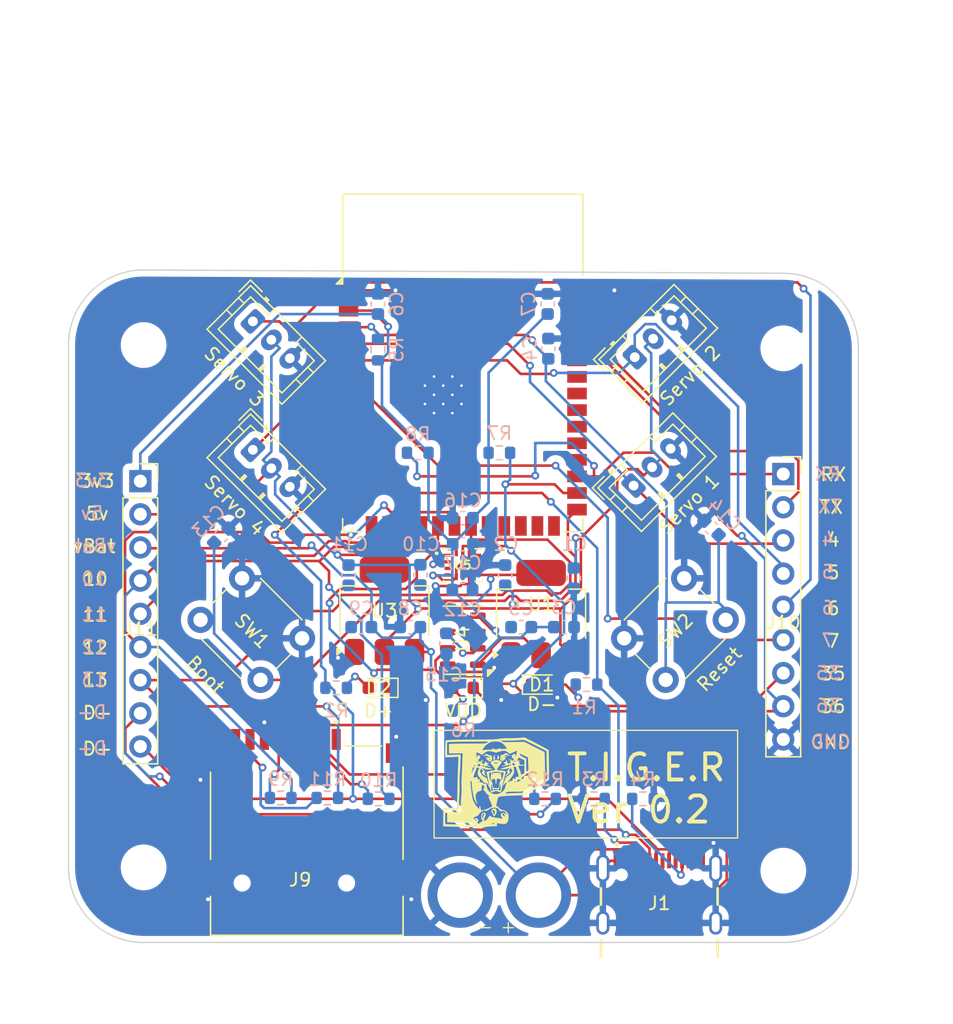
<source format=kicad_pcb>
(kicad_pcb (version 20241229) (generator "pcbnew") (generator_version "9.0")
  (layers (0 "F.Cu" signal) (2 "B.Cu" signal) (13 "F.Paste" user) (15 "B.Paste" user) (5 "F.SilkS" user "F.Silkscreen") (7 "B.SilkS" user "B.Silkscreen") (1 "F.Mask" user) (3 "B.Mask" user) (25 "Edge.Cuts" user))
  (net 0 "")
  (net 1 "Net-(U4-CAP)")
  (net 2 "GND")
  (net 3 "ESP 3v3")
  (net 4 "CHIP_PU")
  (net 5 "+5V")
  (net 6 "BOOT")
  (net 7 "Net-(D2-A)")
  (net 10 "+BATT")
  (net 11 "Net-(D1-A)")
  (net 12 "Net-(J9-CMD)")
  (net 13 "Net-(J1-CC2)")
  (net 14 "Net-(J1-CC1)")
  (net 15 "SERVO_2")
  (net 16 "SERVO_1")
  (net 17 "SERVO_3")
  (net 18 "SERVO_4")
  (net 19 "Net-(J9-CLK)")
  (net 21 "Net-(J9-DAT0)")
  (net 22 "Net-(J9-CD{slash}DAT3)")
  (net 23 "D-")
  (net 24 "RX")
  (net 25 "IO_48")
  (net 26 "I2C SDA")
  (net 27 "IO_47")
  (net 28 "IO_2")
  (net 29 "IO_38")
  (net 30 "IO_37")
  (net 31 "IO_1")
  (net 32 "IO_39")
  (net 33 "IO_41")
  (net 34 "TX")
  (net 35 "I2C SCL")
  (net 36 "IO_42")
  (net 37 "D+")
  (net 38 "IO_45")
  (net 39 "IO_21")
  (net 40 "IO_40")
  (net 41 "IO_3")
  (net 42 "IO_17")
  (net 43 "IO_18")
  (net 44 "IO_15")
  (net 45 "IO_16")
  (net 48 "IO_46")
  (net 49 "IO_8")
  (net 50 "IO_9")
  (net 51 "IO_14")
  (net 52 "SPI_CS")
  (net 53 "SPI_MOSI")
  (net 54 "SPI_SCK")
  (net 55 "SPI_MISO")
  (net 62 "Net-(D3-A)")
  (footprint "Package_LGA:NXP_LGA-8_3x5mm_P1.25mm_H1.1mm" (layer "F.Cu") (at 139.7 94.35 180)
    (property "Reference" "U4")
    (property "Value" "MPL3115A2")
  )
  (footprint ".Custom Footprints:XDCR_BMI270" (layer "F.Cu") (at 139.7 88.6)
    (property "Reference" "U5")
    (property "Value" "BMI270")
  )
  (footprint ".Custom Footprints:GCT_USB4105-GF-A" (layer "F.Cu") (at 154.75 116)
    (property "Reference" "J1")
    (property "Value" "USB4105-GF-A")
  )
  (footprint "Connector_PinSocket_2.54mm:PinSocket_1x09_P2.54mm_Vertical" (layer "F.Cu") (at 115 82.17)
    (property "Reference" "J11")
    (property "Value" "Conn_01x09_Socket")
  )
  (footprint ".Custom Footprints:PHS Tigers Logo" (layer "F.Cu") (at 142.904776 105.266004)
    (property "Reference" "G***" (hide yes))
    (property "Value" "LOGO" (hide yes))
  )
  (footprint "MountingHole:MountingHole_3.2mm_M3" (layer "F.Cu") (at 164.25 72)
    (property "Reference" "H1")
    (property "Value" "MountingHole")
  )
  (footprint "Connector_PinSocket_2.54mm:PinSocket_1x09_P2.54mm_Vertical" (layer "F.Cu") (at 164.25 81.63)
    (property "Reference" "J10")
    (property "Value" "Conn_01x09_Socket")
  )
  (footprint "Connector_JST:JST_PH_B3B-PH-K_1x03_P2.00mm_Vertical" (layer "F.Cu") (at 152.7858 82.5142 45)
    (property "Reference" "J2" (hide yes))
    (property "Value" "Servo 1")
  )
  (footprint "MountingHole:MountingHole_3.2mm_M3" (layer "F.Cu") (at 164.25 112)
    (property "Reference" "H4")
    (property "Value" "MountingHole")
  )
  (footprint "Connector_JST:JST_PH_B3B-PH-K_1x03_P2.00mm_Vertical" (layer "F.Cu") (at 123.6216 79.7716 -45)
    (property "Reference" "J5" (hide yes))
    (property "Value" "Servo 4")
  )
  (footprint ".Custom Footprints:Battery Connector" (layer "F.Cu") (at 142.5 118.375)
    (property "Reference" "J6" (hide yes))
    (property "Value" "Battery Connector")
  )
  (footprint ".Custom Footprints:CUI_MSD-4-A" (layer "F.Cu") (at 127.75 109.7)
    (property "Reference" "J9")
    (property "Value" "MSD-4-A")
  )
  (footprint "LED_SMD:LED_0603_1608Metric" (layer "F.Cu") (at 133.25 98 180)
    (property "Reference" "D2")
    (property "Value" "D+ LED")
  )
  (footprint "Package_TO_SOT_SMD:SOT-223-3_TabPin2" (layer "F.Cu") (at 145.7 92.35 90)
    (property "Reference" "U1")
    (property "Value" "AMS1117-3.3")
  )
  (footprint "LED_SMD:LED_0603_1608Metric" (layer "F.Cu") (at 145.75 97.75)
    (property "Reference" "D1")
    (property "Value" "D- LED")
  )
  (footprint "Button_Switch_THT:SW_PUSH_6mm" (layer "F.Cu") (at 122.7929 89.6109 -45)
    (property "Reference" "SW1")
    (property "Value" "SW_RESET")
  )
  (footprint "LED_SMD:LED_0603_1608Metric" (layer "F.Cu") (at 139.7125 98 180)
    (property "Reference" "VDD")
    (property "Value" "3v3 LED")
  )
  (footprint "Button_Switch_THT:SW_PUSH_6mm" (layer "F.Cu") (at 152.0609 94.2071 45)
    (property "Reference" "SW2")
    (property "Value" "SW_RESET")
  )
  (footprint "Connector_JST:JST_PH_B3B-PH-K_1x03_P2.00mm_Vertical" (layer "F.Cu") (at 152.8716 72.6784 45)
    (property "Reference" "J4" (hide yes))
    (property "Value" "Servo 2")
  )
  (footprint "RF_Module:ESP32-S3-WROOM-1" (layer "F.Cu") (at 139.7 73.1)
    (property "Reference" "U2" (hide yes))
    (property "Value" "ESP32-S3-WROOM-1")
  )
  (footprint "Package_TO_SOT_SMD:SOT-223-3_TabPin2" (layer "F.Cu") (at 133.7 92.1 90)
    (property "Reference" "U3")
    (property "Value" "AMS1117-5.0")
  )
  (footprint "MountingHole:MountingHole_3.2mm_M3" (layer "F.Cu") (at 115.25 111.75)
    (property "Reference" "H3")
    (property "Value" "MountingHole")
  )
  (footprint "Connector_JST:JST_PH_B3B-PH-K_1x03_P2.00mm_Vertical" (layer "F.Cu") (at 123.6216 69.9358 -45)
    (property "Reference" "J3" (hide yes))
    (property "Value" "Servo 3")
  )
  (footprint "MountingHole:MountingHole_3.2mm_M3" (layer "F.Cu") (at 115.25 71.75)
    (property "Reference" "H2")
    (property "Value" "MountingHole")
  )
  (footprint "Capacitor_SMD:C_0603_1608Metric" (layer "B.Cu") (at 142.95 89.375 90)
    (property "Reference" "C2")
    (property "Value" "100nF")
  )
  (footprint "Capacitor_SMD:C_0603_1608Metric" (layer "B.Cu") (at 144.175 93.35 180)
    (property "Reference" "C5")
    (property "Value" "100nF")
  )
  (footprint "Capacitor_SMD:C_0603_1608Metric" (layer "B.Cu") (at 158.75 85.75 135)
    (property "Reference" "C14")
    (property "Value" "100nF")
  )
  (footprint "Capacitor_SMD:C_0603_1608Metric" (layer "B.Cu") (at 133.2 68.6 90)
    (property "Reference" "C6")
    (property "Value" "100nF")
  )
  (footprint "Resistor_SMD:R_0603_1608Metric" (layer "B.Cu") (at 139.75 99.75 180)
    (property "Reference" "R6")
    (property "Value" "5k1")
  )
  (footprint "Resistor_SMD:R_0603_1608Metric" (layer "B.Cu") (at 130 98 180)
    (property "Reference" "R2")
    (property "Value" "5k1")
  )
  (footprint "Resistor_SMD:R_0603_1608Metric" (layer "B.Cu") (at 129.325 106.43 180)
    (property "Reference" "R11")
    (property "Value" "10k")
  )
  (footprint "Capacitor_SMD:C_0603_1608Metric" (layer "B.Cu") (at 130.95 89.375 -90)
    (property "Reference" "C11")
    (property "Value" "100nF")
  )
  (footprint "Resistor_SMD:R_0603_1608Metric" (layer "B.Cu") (at 149.175 97.75)
    (property "Reference" "R1")
    (property "Value" "5k1")
  )
  (footprint "Capacitor_SMD:C_0603_1608Metric" (layer "B.Cu") (at 136.45 89.35 -90)
    (property "Reference" "C10")
    (property "Value" "10uF")
  )
  (footprint "Resistor_SMD:R_0603_1608Metric" (layer "B.Cu") (at 149.75 106.5)
    (property "Reference" "R3")
    (property "Value" "5.1k")
  )
  (footprint "Capacitor_SMD:C_0603_1608Metric" (layer "B.Cu") (at 121.2 86.35 45)
    (property "Reference" "C13")
    (property "Value" "100nF")
  )
  (footprint "Resistor_SMD:R_0603_1608Metric" (layer "B.Cu") (at 146 106.5)
    (property "Reference" "R12")
    (property "Value" "10k")
  )
  (footprint "Resistor_SMD:R_0603_1608Metric" (layer "B.Cu") (at 133.2 72.1 90)
    (property "Reference" "R5")
    (property "Value" "10k")
  )
  (footprint "Capacitor_SMD:C_0603_1608Metric" (layer "B.Cu") (at 139.7 85)
    (property "Reference" "C16")
    (property "Value" "100nF")
  )
  (footprint "Capacitor_SMD:C_0603_1608Metric" (layer "B.Cu") (at 148.2 89.6 -90)
    (property "Reference" "C1")
    (property "Value" "10uF")
  )
  (footprint "Capacitor_SMD:C_0603_1608Metric" (layer "B.Cu") (at 131.925 93.35 180)
    (property "Reference" "C9")
    (property "Value" "100nF")
  )
  (footprint "Resistor_SMD:R_0603_1608Metric" (layer "B.Cu") (at 125.75 106.43 180)
    (property "Reference" "R9")
    (property "Value" "10k")
  )
  (footprint "Capacitor_SMD:C_0603_1608Metric" (layer "B.Cu") (at 135.675 93.35 180)
    (property "Reference" "C8")
    (property "Value" "10uF")
  )
  (footprint "Capacitor_SMD:C_0603_1608Metric" (layer "B.Cu") (at 146.2 68.6 90)
    (property "Reference" "C7")
    (property "Value" "22uF")
  )
  (footprint "Resistor_SMD:R_0603_1608Metric" (layer "B.Cu") (at 133.25 106.5 180)
    (property "Reference" "R10")
    (property "Value" "10k")
  )
  (footprint "Capacitor_SMD:C_0603_1608Metric" (layer "B.Cu") (at 147.45 93.35)
    (property "Reference" "C3")
    (property "Value" "10uF")
  )
  (footprint "Capacitor_SMD:C_0603_1608Metric" (layer "B.Cu") (at 138.45 94.6 -90)
    (property "Reference" "C15")
    (property "Value" "100nF")
  )
  (footprint "Capacitor_SMD:C_0603_1608Metric" (layer "B.Cu") (at 139.675 90.5 180)
    (property "Reference" "C12")
    (property "Value" "100nF")
  )
  (footprint "Resistor_SMD:R_0603_1608Metric" (layer "B.Cu") (at 136.25 80 180)
    (property "Reference" "R8")
    (property "Value" "10k")
  )
  (footprint "Capacitor_SMD:C_0603_1608Metric" (layer "B.Cu") (at 146.25 72.025 90)
    (property "Reference" "C4")
    (property "Value" "1uF")
  )
  (footprint "Resistor_SMD:R_0603_1608Metric" (layer "B.Cu") (at 153.5 106.5)
    (property "Reference" "R4")
    (property "Value" "5.1k")
  )
  (footprint "Capacitor_SMD:C_0603_1608Metric" (layer "B.Cu") (at 139.7 87)
    (property "Reference" "C17")
    (property "Value" "100nF")
  )
  (footprint "Resistor_SMD:R_0603_1608Metric" (layer "B.Cu") (at 142.5 80)
    (property "Reference" "R7")
    (property "Value" "10k")
  )
  (gr_rect (start 137.5 101.25) (end 160.75 109.5) (stroke (width 0.1)) (fill no) (layer "F.SilkS"))
  (gr_arc (start 115.25 117.5) (mid 111.184136 115.815864) (end 109.5 111.75) (stroke (width 0.1)) (layer "Edge.Cuts"))
  (gr_line (start 170 72) (end 170 111.75) (stroke (width 0.1)) (layer "Edge.Cuts"))
  (gr_arc (start 109.5 71.75) (mid 111.184136 67.684136) (end 115.25 66) (stroke (width 0.1)) (layer "Edge.Cuts"))
  (gr_line (start 115.25 66) (end 164.25 66.25) (stroke (width 0.1)) (layer "Edge.Cuts"))
  (gr_arc (start 164.25 66.25) (mid 168.315864 67.934136) (end 170 72) (stroke (width 0.1)) (layer "Edge.Cuts"))
  (gr_arc (start 170 111.75) (mid 168.315864 115.815864) (end 164.25 117.5) (stroke (width 0.1)) (layer "Edge.Cuts"))
  (gr_line (start 109.5 111.75) (end 109.5 71.75) (stroke (width 0.1)) (layer "Edge.Cuts"))
  (gr_line (start 164.25 117.5) (end 115.25 117.5) (stroke (width 0.1)) (layer "Edge.Cuts"))
  (gr_text "3v3\n" (at 110.25 82.75 0) (layer "F.SilkS") (effects (font (size 1 1)) (justify left bottom)))
  (gr_text "vBat" (at 109.75 87.75 0) (layer "F.SilkS") (effects (font (size 1 1)) (justify left bottom)))
  (gr_text "12" (at 110.5 95.5 0) (layer "F.SilkS") (effects (font (size 1 1)) (justify left bottom)))
  (gr_text "RX\n" (at 167 82.25 0) (layer "F.SilkS") (effects (font (size 1 1)) (justify left bottom)))
  (gr_text "T.I.G.E.R\nVer 0.2" (at 147.5 108.5 0) (layer "F.SilkS") (effects (font (size 2 2) (thickness 0.3)) (justify left bottom)))
  (gr_text "D-" (at 110.5 100.5 0) (layer "F.SilkS") (effects (font (size 1 1)) (justify left bottom)))
  (gr_text "TX\n" (at 167 84.75 0) (layer "F.SilkS") (effects (font (size 1 1)) (justify left bottom)))
  (gr_text "GND" (at 166.25 102.75 0) (layer "F.SilkS") (effects (font (size 1 1)) (justify left bottom)))
  (gr_text "13" (at 110.5 98 0) (layer "F.SilkS") (effects (font (size 1 1)) (justify left bottom)))
  (gr_text "35" (at 167 97.5 0) (layer "F.SilkS") (effects (font (size 1 1)) (justify left bottom)))
  (gr_text "4" (at 167.5 87.25 0) (layer "F.SilkS") (effects (font (size 1 1)) (justify left bottom)))
  (gr_text "5v" (at 110.75 85.25 0) (layer "F.SilkS") (effects (font (size 1 1)) (justify left bottom)))
  (gr_text "D+\n" (at 133.25 99.75 0) (layer "F.SilkS") (effects (font (size 1 1))))
  (gr_text "Reset\n" (at 158.25 98.5 45) (layer "F.SilkS") (effects (font (size 1 1)) (justify left bottom)))
  (gr_text "D-" (at 145.75 99.25 0) (layer "F.SilkS") (effects (font (size 1 1))))
  (gr_text "10\n" (at 110.5 90.25 0) (layer "F.SilkS") (effects (font (size 1 1)) (justify left bottom)))
  (gr_text "6" (at 167.5 92.5 0) (layer "F.SilkS") (effects (font (size 1 1)) (justify left bottom)))
  (gr_text "D+" (at 110.5 103.25 0) (layer "F.SilkS") (effects (font (size 1 1)) (justify left bottom)))
  (gr_text "36" (at 167 100 0) (layer "F.SilkS") (effects (font (size 1 1)) (justify left bottom)))
  (gr_text "7" (at 167.5 95 0) (layer "F.SilkS") (effects (font (size 1 1)) (justify left bottom)))
  (gr_text "5" (at 167.5 89.75 0) (layer "F.SilkS") (effects (font (size 1 1)) (justify left bottom)))
  (gr_text "11" (at 110.5 93 0) (layer "F.SilkS") (effects (font (size 1 1)) (justify left bottom)))
  (gr_text "Boot\n" (at 118.3 96.15 315) (layer "F.SilkS") (effects (font (size 1 1)) (justify left bottom)))
  (gr_text "5v" (at 112.25 85.2035 0) (layer "B.SilkS") (effects (font (size 1 1)) (justify left bottom mirror)))
  (gr_text "TX\n" (at 168.75 84.7035 0) (layer "B.SilkS") (effects (font (size 1 1)) (justify left bottom mirror)))
  (gr_text "7" (at 168.25 94.9535 0) (layer "B.SilkS") (effects (font (size 1 1)) (justify left bottom mirror)))
  (gr_text "RX\n" (at 168.75 82.2035 0) (layer "B.SilkS") (effects (font (size 1 1)) (justify left bottom mirror)))
  (gr_text "11" (at 112.5 92.9535 0) (layer "B.SilkS") (effects (font (size 1 1)) (justify left bottom mirror)))
  (gr_text "4" (at 168.25 87.2035 0) (layer "B.SilkS") (effects (font (size 1 1)) (justify left bottom mirror)))
  (gr_text "10\n" (at 112.5 90.2035 0) (layer "B.SilkS") (effects (font (size 1 1)) (justify left bottom mirror)))
  (gr_text "12" (at 112.5 95.4535 0) (layer "B.SilkS") (effects (font (size 1 1)) (justify left bottom mirror)))
  (gr_text "D-" (at 112.5 100.4535 0) (layer "B.SilkS") (effects (font (size 1 1)) (justify left bottom mirror)))
  (gr_text "36" (at 168.75 99.9535 0) (layer "B.SilkS") (effects (font (size 1 1)) (justify left bottom mirror)))
  (gr_text "6" (at 168.25 92.4535 0) (layer "B.SilkS") (effects (font (size 1 1)) (justify left bottom mirror)))
  (gr_text "3v3\n" (at 112.75 82.7035 0) (layer "B.SilkS") (effects (font (size 1 1)) (justify left bottom mirror)))
  (gr_text "GND" (at 169.5 102.7035 0) (layer "B.SilkS") (effects (font (size 1 1)) (justify left bottom mirror)))
  (gr_text "5" (at 168.25 89.7035 0) (layer "B.SilkS") (effects (font (size 1 1)) (justify left bottom mirror)))
  (gr_text "D+" (at 112.5 103.2035 0) (layer "B.SilkS") (effects (font (size 1 1)) (justify left bottom mirror)))
  (gr_text "35" (at 168.75 97.4535 0) (layer "B.SilkS") (effects (font (size 1 1)) (justify left bottom mirror)))
  (gr_text "vBat" (at 113.25 87.7035 0) (layer "B.SilkS") (effects (font (size 1 1)) (justify left bottom mirror)))
  (gr_text "13" (at 112.5 97.9535 0) (layer "B.SilkS") (effects (font (size 1 1)) (justify left bottom mirror)))
  (segment (start 140.85 94.975) (end 140.4902 95.3348) (width 0.2) (layer "F.Cu") (net 1))
  (segment (start 140.4902 95.3348) (end 139.7 95.3348) (width 0.2) (layer "F.Cu") (net 1))
  (via (at 139.7 95.3348) (size 0.6) (drill 0.3) (layers "F.Cu" "B.Cu") (net 1))
  (segment (start 139.7 95.075) (end 138.45 93.825) (width 0.2) (layer "B.Cu") (net 1))
  (segment (start 139.7 95.3348) (end 139.7 95.075) (width 0.2) (layer "B.Cu") (net 1))
  (segment (start 158.416 110.3683) (end 157.95 110.3683) (width 0.2) (layer "F.Cu") (net 2))
  (segment (start 140.2 89.5125) (end 140.2 90.0517) (width 0.2) (layer "F.Cu") (net 2))
  (segment (start 120 104.6472) (end 120 103.25) (width 0.2) (layer "F.Cu") (net 2))
  (segment (start 145.9576 98.7451) (end 144.9625 97.75) (width 0.2) (layer "F.Cu") (net 2))
  (segment (start 139.7 89.5125) (end 139.7 88.9733) (width 0.2) (layer "F.Cu") (net 2))
  (segment (start 130.1411 95.6971) (end 130.9529 95.6971) (width 0.2) (layer "F.Cu") (net 2))
  (segment (start 137.6155 90.205) (end 139.5075 90.205) (width 0.2) (layer "F.Cu") (net 2))
  (segment (start 137.4289 88.5379) (end 137.4289 88.4786) (width 0.2) (layer "F.Cu") (net 2))
  (segment (start 134.9675 98.93) (end 136.8598 98.93) (width 0.2) (layer "F.Cu") (net 2))
  (segment (start 139.7733 89.9932) (end 139.7733 89.9933) (width 0.2) (layer "F.Cu") (net 2))
  (segment (start 139.7606 89.9805) (end 139.7733 89.9932) (width 0.2) (layer "F.Cu") (net 2))
  (segment (start 139.732 89.9805) (end 139.7606 89.9805) (width 0.2) (layer "F.Cu") (net 2))
  (segment (start 135.7573 114.1888) (end 135.5202 113.9517) (width 0.2) (layer "F.Cu") (net 2))
  (segment (start 135.5 112.55) (end 135.5 113.9517) (width 0.2) (layer "F.Cu") (net 2))
  (segment (start 134.6 101.7417) (end 134.6 103) (width 0.2) (layer "F.Cu") (net 2))
  (segment (start 139.7733 89.9933) (end 139.8317 90.0517) (width 0.2) (layer "F.Cu") (net 2))
  (segment (start 119.9752 104.672) (end 119.6031 105.0441) (width 0.2) (layer "F.Cu") (net 2))
  (segment (start 130.95 67.84) (end 132.0017 67.84) (width 0.2) (layer "F.Cu") (net 2))
  (segment (start 140.5836 93.4586) (end 140.85 93.725) (width 0.2) (layer "F.Cu") (net 2))
  (segment (start 119.6031 105.0441) (end 119.9752 104.672) (width 0.2) (layer "F.Cu") (net 2))
  (segment (start 151.3123 67.5604) (end 149.7813 67.5604) (width 0.2) (layer "F.Cu") (net 2))
  (segment (start 120.181 114.1888) (end 120 114.0078) (width 0.2) (layer "F.Cu") (net 2))
  (segment (start 150.43 111.82) (end 151.005 111.245) (width 0.2) (layer "F.Cu") (net 2))
  (segment (start 130.9529 95.6971) (end 131.4 95.25) (width 0.2) (layer "F.Cu") (net 2))
  (segment (start 138.5375 87.85) (end 137.9983 87.85) (width 0.2) (layer "F.Cu") (net 2))
  (segment (start 139.7 93.4586) (end 140.5836 93.4586) (width 0.2) (layer "F.Cu") (net 2))
  (segment (start 136.8598 98.93) (end 134.9675 98.93) (width 0.2) (layer "F.Cu") (net 2))
  (segment (start 142.6408 98.93) (end 141.43 98.93) (width 0.2) (layer "F.Cu") (net 2))
  (segment (start 134.5452 67.5604) (end 132.2813 67.5604) (width 0.2) (layer "F.Cu") (net 2))
  (segment (start 149.7813 67.5604) (end 149.5017 67.84) (width 0.2) (layer "F.Cu") (net 2))
  (segment (start 139.8317 90.0517) (end 140.2 90.0517) (width 0.2) (layer "F.Cu") (net 2))
  (segment (start 151.005 111.245) (end 151.55 111.245) (width 0.2) (layer "F.Cu") (net 2))
  (segment (start 138.9 75.56) (end 138.2 75.56) (width 0.2) (layer "F.Cu") (net 2))
  (segment (start 136.8598 98.93) (end 134.9675 98.93) (width 0.2) (layer "F.Cu") (net 2))
  (segment (start 142.4423 96.4577) (end 143.4 95.5) (width 0.2) (layer "F.Cu") (net 2))
  (segment (start 139.5075 90.205) (end 139.732 89.9805) (width 0.2) (layer "F.Cu") (net 2))
  (segment (start 135.5202 113.9517) (end 135.5 113.9517) (width 0.2) (layer "F.Cu") (net 2))
  (segment (start 157.95 111.245) (end 157.95 110.3683) (width 0.2) (layer "F.Cu") (net 2))
  (segment (start 141.43 98.93) (end 142.6408 98.93) (width 0.2) (layer "F.Cu") (net 2))
  (segment (start 124.5 101.95) (end 124.5 100.6417) (width 0.2) (layer "F.Cu") (net 2))
  (segment (start 142.6408 98.93) (end 141.43 98.93) (width 0.2) (layer "F.Cu") (net 2))
  (segment (start 140.2 89.5125) (end 140.2 88.9733) (width 0.2) (layer "F.Cu") (net 2))
  (segment (start 141.43 98.93) (end 140.5 98) (width 0.2) (layer "F.Cu") (net 2))
  (segment (start 158.9078 109.8765) (end 158.416 110.3683) (width 0.2) (layer "F.Cu") (net 2))
  (segment (start 119.6031 105.0441) (end 120 104.6472) (width 0.2) (layer "F.Cu") (net 2))
  (segment (start 148.45 67.84) (end 149.5017 67.84) (width 0.2) (layer "F.Cu") (net 2))
  (segment (start 134.9675 98.93) (end 134.0375 98) (width 0.2) (layer "F.Cu") (net 2))
  (segment (start 139.7 88.9733) (end 140.2 88.9733) (width 0.2) (layer "F.Cu") (net 2))
  (segment (start 142.107 96.4577) (end 142.4423 96.4577) (width 0.2) (layer "F.Cu") (net 2))
  (segment (start 120 114.0078) (end 120 112.55) (width 0.2) (layer "F.Cu") (net 2))
  (segment (start 146.9422 98.7451) (end 145.9576 98.7451) (width 0.2) (layer "F.Cu") (net 2))
  (segment (start 132.2813 67.5604) (end 132.0017 67.84) (width 0.2) (layer "F.Cu") (net 2))
  (segment (start 137.4289 88.5379) (end 137.4289 88.4194) (width 0.2) (layer "F.Cu") (net 2))
  (segment (start 137.4289 88.4194) (end 137.9983 87.85) (width 0.2) (layer "F.Cu") (net 2))
  (segment (start 137.4289 88.4786) (end 137.4289 88.5379) (width 0.2) (layer "F.Cu") (net 2))
  (via (at 135.7573 114.1888) (size 0.6) (drill 0.3) (layers "F.Cu" "B.Cu") (net 2))
  (via (at 134.6 101.7417) (size 0.6) (drill 0.3) (layers "F.Cu" "B.Cu") (net 2))
  (via (at 130.1411 95.6971) (size 0.6) (drill 0.3) (layers "F.Cu" "B.Cu") (net 2))
  (via (at 124.5 100.6417) (size 0.6) (drill 0.3) (layers "F.Cu" "B.Cu") (net 2))
  (via (at 142.6408 98.93) (size 0.6) (drill 0.3) (layers "F.Cu" "B.Cu") (net 2))
  (via (at 119.6031 105.0441) (size 0.6) (drill 0.3) (layers "F.Cu" "B.Cu") (net 2))
  (via (at 137.4289 88.5379) (size 0.6) (drill 0.3) (layers "F.Cu" "B.Cu") (net 2))
  (via (at 120.181 114.1888) (size 0.6) (drill 0.3) (layers "F.Cu" "B.Cu") (net 2))
  (via (at 139.7 93.4586) (size 0.6) (drill 0.3) (layers "F.Cu" "B.Cu") (net 2))
  (via (at 142.107 96.4577) (size 0.6) (drill 0.3) (layers "F.Cu" "B.Cu") (net 2))
  (via (at 158.9078 109.8765) (size 0.6) (drill 0.3) (layers "F.Cu" "B.Cu") (net 2))
  (via (at 137.6155 90.205) (size 0.6) (drill 0.3) (layers "F.Cu" "B.Cu") (net 2))
  (via (at 151.3123 67.5604) (size 0.6) (drill 0.3) (layers "F.Cu" "B.Cu") (net 2))
  (via (at 136.8598 98.93) (size 0.6) (drill 0.3) (layers "F.Cu" "B.Cu") (net 2))
  (via (at 134.5452 67.5604) (size 0.6) (drill 0.3) (layers "F.Cu" "B.Cu") (net 2))
  (via (at 146.9422 98.7451) (size 0.6) (drill 0.3) (layers "F.Cu" "B.Cu") (net 2))
  (segment (start 130.95 69.11) (end 132.7493 69.11) (width 0.2) (layer "F.Cu") (net 3))
  (segment (start 140.8625 89.35) (end 141.4017 89.35) (width 0.2) (layer "F.Cu") (net 3))
  (segment (start 139.2 89.5125) (end 138.9358 89.7767) (width 0.2) (layer "F.Cu") (net 3))
  (segment (start 138.175 89.7767) (end 137.7893 89.391) (width 0.2) (layer "F.Cu") (net 3))
  (segment (start 141.8348 89.35) (end 141.8348 89.6749) (width 0.2) (layer "F.Cu") (net 3))
  (segment (start 142.1998 93.612) (end 142.0934 93.7184) (width 0.2) (layer "F.Cu") (net 3))
  (segment (start 141.8348 89.35) (end 145.55 89.35) (width 0.2) (layer "F.Cu") (net 3))
  (segment (start 141.8684 95.2066) (end 140.85 96.225) (width 0.2) (layer "F.Cu") (net 3))
  (segment (start 141.8684 94.9979) (end 141.8684 95.2066) (width 0.2) (layer "F.Cu") (net 3))
  (segment (start 140.2 88.2267) (end 139.8388 88.2267) (width 0.2) (layer "F.Cu") (net 3))
  (segment (start 145.7 95.5) (end 144.3912 94.1912) (width 0.2) (layer "F.Cu") (net 3))
  (segment (start 142.6207 94.2456) (end 141.8684 94.9979) (width 0.2) (layer "F.Cu") (net 3))
  (segment (start 140.85 92.475) (end 142.0934 93.7184) (width 0.2) (layer "F.Cu") (net 3))
  (segment (start 139.4767 100.8483) (end 139.7503 100.5747) (width 0.2) (layer "F.Cu") (net 3))
  (segment (start 145.55 89.35) (end 145.7 89.2) (width 0.2) (layer "F.Cu") (net 3))
  (segment (start 137.7893 89.391) (end 137.4155 89.391) (width 0.2) (layer "F.Cu") (net 3))
  (segment (start 126.7 100.8483) (end 139.4767 100.8483) (width 0.2) (layer "F.Cu") (net 3))
  (segment (start 142.6751 94.1912) (end 142.6207 94.2456) (width 0.2) (layer "F.Cu") (net 3))
  (segment (start 142.0934 93.7184) (end 142.6207 94.2456) (width 0.2) (layer "F.Cu") (net 3))
  (segment (start 126.7 101.95) (end 126.7 100.8483) (width 0.2) (layer "F.Cu") (net 3))
  (segment (start 138.9358 89.7767) (end 138.175 89.7767) (width 0.2) (layer "F.Cu") (net 3))
  (segment (start 140.2 87.6875) (end 140.2 88.2267) (width 0.2) (layer "F.Cu") (net 3))
  (segment (start 141.4017 89.35) (end 141.8348 89.35) (width 0.2) (layer "F.Cu") (net 3))
  (segment (start 144.3912 94.1912) (end 142.6751 94.1912) (width 0.2) (layer "F.Cu") (net 3))
  (segment (start 139.8388 88.2267) (end 139.2 88.8655) (width 0.2) (layer "F.Cu") (net 3))
  (segment (start 132.7493 69.11) (end 133.9785 70.3392) (width 0.2) (layer "F.Cu") (net 3))
  (segment (start 139.2 88.8655) (end 139.2 89.5125) (width 0.2) (layer "F.Cu") (net 3))
  (via (at 139.7503 100.5747) (size 0.6) (drill 0.3) (layers "F.Cu" "B.Cu") (net 3))
  (via (at 137.4155 89.391) (size 0.6) (drill 0.3) (layers "F.Cu" "B.Cu") (net 3))
  (via (at 133.9785 70.3392) (size 0.6) (drill 0.3) (layers "F.Cu" "B.Cu") (net 3))
  (via (at 142.1998 93.612) (size 0.6) (drill 0.3) (layers "F.Cu" "B.Cu") (net 3))
  (via (at 141.8348 89.6749) (size 0.6) (drill 0.3) (layers "F.Cu" "B.Cu") (net 3))
  (segment (start 137.075 80) (end 133.5055 76.4305) (width 0.2) (layer "B.Cu") (net 3))
  (segment (start 133.2973 72.8277) (end 133.2 72.925) (width 0.2) (layer "B.Cu") (net 3))
  (segment (start 141.675 83.8) (end 140.475 85) (width 0.2) (layer "B.Cu") (net 3))
  (segment (start 133.9785 72.3547) (end 133.5055 72.8277) (width 0.2) (layer "B.Cu") (net 3))
  (segment (start 142.5562 94.1562) (end 140.575 96.1374) (width 0.2) (layer "B.Cu") (net 3))
  (segment (start 141.675 73.8663) (end 141.675 80) (width 0.2) (layer "B.Cu") (net 3))
  (segment (start 133.5055 72.8277) (end 133.2973 72.8277) (width 0.2) (layer "B.Cu") (net 3))
  (segment (start 133.9785 70.3392) (end 133.9785 72.3547) (width 0.2) (layer "B.Cu") (net 3))
  (segment (start 125.678 69.375) (end 115 80.053) (width 0.2) (layer "B.Cu") (net 3))
  (segment (start 138.9 89.402) (end 138.9 89.4433) (width 0.2) (layer "B.Cu") (net 3))
  (segment (start 141.675 80) (end 141.675 83.8) (width 0.2) (layer "B.Cu") (net 3))
  (segment (start 144.95 93.35) (end 144.1438 94.1562) (width 0.2) (layer "B.Cu") (net 3))
  (segment (start 137.075 85.15) (end 137.075 80) (width 0.2) (layer "B.Cu") (net 3))
  (segment (start 133.9785 70.3392) (end 133.9785 70.1535) (width 0.2) (layer "B.Cu") (net 3))
  (segment (start 144.1438 94.1562) (end 142.5562 94.1562) (width 0.2) (layer "B.Cu") (net 3))
  (segment (start 140.575 96.1374) (end 140.575 99.75) (width 0.2) (layer "B.Cu") (net 3))
  (segment (start 138.9 90.5) (end 140.2165 91.8165) (width 0.2) (layer "B.Cu") (net 3))
  (segment (start 146.1663 69.375) (end 141.675 73.8663) (width 0.2) (layer "B.Cu") (net 3))
  (segment (start 137.4155 89.391) (end 138.9 89.391) (width 0.2) (layer "B.Cu") (net 3))
  (segment (start 139.7503 100.5747) (end 140.575 99.75) (width 0.2) (layer "B.Cu") (net 3))
  (segment (start 142.1998 93.7998) (end 142.5562 94.1562) (width 0.2) (layer "B.Cu") (net 3))
  (segment (start 115 80.053) (end 115 82.17) (width 0.2) (layer "B.Cu") (net 3))
  (segment (start 138.9 87.025) (end 138.9 89.391) (width 0.2) (layer "B.Cu") (net 3))
  (segment (start 141.8348 90.386) (end 141.8348 89.6749) (width 0.2) (layer "B.Cu") (net 3))
  (segment (start 133.9785 70.1535) (end 133.2 69.375) (width 0.2) (layer "B.Cu") (net 3))
  (segment (start 138.925 87) (end 138.9 87.025) (width 0.2) (layer "B.Cu") (net 3))
  (segment (start 144.95 93.35) (end 146.675 93.35) (width 0.2) (layer "B.Cu") (net 3))
  (segment (start 140.475 85.45) (end 138.925 87) (width 0.2) (layer "B.Cu") (net 3))
  (segment (start 138.925 87) (end 137.075 85.15) (width 0.2) (layer "B.Cu") (net 3))
  (segment (start 142.1998 93.612) (end 142.1998 93.7998) (width 0.2) (layer "B.Cu") (net 3))
  (segment (start 140.2165 91.8165) (end 140.4043 91.8165) (width 0.2) (layer "B.Cu") (net 3))
  (segment (start 140.4043 91.8165) (end 141.8348 90.386) (width 0.2) (layer "B.Cu") (net 3))
  (segment (start 138.9 89.4433) (end 138.9 90.5) (width 0.2) (layer "B.Cu") (net 3))
  (segment (start 138.9 89.391) (end 138.9 89.402) (width 0.2) (layer "B.Cu") (net 3))
  (segment (start 140.4043 91.8165) (end 142.1998 93.612) (width 0.2) (layer "B.Cu") (net 3))
  (segment (start 133.5055 76.4305) (end 133.5055 72.8277) (width 0.2) (layer "B.Cu") (net 3))
  (segment (start 133.2 69.375) (end 125.678 69.375) (width 0.2) (layer "B.Cu") (net 3))
  (segment (start 146.2 69.375) (end 146.1663 69.375) (width 0.2) (layer "B.Cu") (net 3))
  (segment (start 140.475 85) (end 140.475 85.45) (width 0.2) (layer "B.Cu") (net 3))
  (segment (start 130.95 70.38) (end 132.6531 70.38) (width 0.2) (layer "F.Cu") (net 4))
  (segment (start 144.6206 70.9779) (end 145.0174 71.3747) (width 0.2) (layer "F.Cu") (net 4))
  (segment (start 133.3182 70.9779) (end 144.6206 70.9779) (width 0.2) (layer "F.Cu") (net 4))
  (segment (start 132.6531 70.38) (end 132.6867 70.3464) (width 0.2) (layer "F.Cu") (net 4))
  (segment (start 132.6867 70.3464) (end 133.3182 70.9779) (width 0.2) (layer "F.Cu") (net 4))
  (via (at 132.6867 70.3464) (size 0.6) (drill 0.3) (layers "F.Cu" "B.Cu") (net 4))
  (via (at 145.0174 71.3747) (size 0.6) (drill 0.3) (layers "F.Cu" "B.Cu") (net 4))
  (segment (start 146.25 72.8) (end 146.0616 72.9884) (width 0.2) (layer "B.Cu") (net 4))
  (segment (start 155.3067 83.7581) (end 155.3067 91.4638) (width 0.2) (layer "B.Cu") (net 4))
  (segment (start 145.0174 71.3747) (end 145.0174 71.5674) (width 0.2) (layer "B.Cu") (net 4))
  (segment (start 146.0616 74.513) (end 155.3067 83.7581) (width 0.2) (layer "B.Cu") (net 4))
  (segment (start 132.6867 70.3464) (end 133.2 70.8597) (width 0.2) (layer "B.Cu") (net 4))
  (segment (start 159.298 91.4638) (end 155.3067 91.4638) (width 0.2) (layer "B.Cu") (net 4))
  (segment (start 159.8391 92.7929) (end 159.8391 92.0049) (width 0.2) (layer "B.Cu") (net 4))
  (segment (start 155.2429 97.3891) (end 155.2429 91.5276) (width 0.2) (layer "B.Cu") (net 4))
  (segment (start 159.298 91.4638) (end 159.298 86.298) (width 0.2) (layer "B.Cu") (net 4))
  (segment (start 145.0174 71.5674) (end 146.25 72.8) (width 0.2) (layer "B.Cu") (net 4))
  (segment (start 146.0616 72.9884) (end 146.0616 74.513) (width 0.2) (layer "B.Cu") (net 4))
  (segment (start 159.8391 92.0049) (end 159.298 91.4638) (width 0.2) (layer "B.Cu") (net 4))
  (segment (start 133.2 70.8597) (end 133.2 71.275) (width 0.2) (layer "B.Cu") (net 4))
  (segment (start 155.2429 91.5276) (end 155.3067 91.4638) (width 0.2) (layer "B.Cu") (net 4))
  (segment (start 136.2714 91.9602) (end 133.7 94.5316) (width 0.2) (layer "F.Cu") (net 5))
  (segment (start 148.7464 86.5133) (end 148.7464 90.412) (width 0.2) (layer "F.Cu") (net 5))
  (segment (start 143.5192 91.592) (end 143.5192 91.9211) (width 0.2) (layer "F.Cu") (net 5))
  (segment (start 148.7464 86.5133) (end 151.5284 83.7313) (width 0.2) (layer "F.Cu") (net 5))
  (segment (start 147.1757 91.9827) (end 147.1141 91.9211) (width 0.2) (layer "F.Cu") (net 5))
  (segment (start 147.1141 91.9211) (end 143.5192 91.9211) (width 0.2) (layer "F.Cu") (net 5))
  (segment (start 154.2 81.1) (end 153.5624 81.7376) (width 0.2) (layer "F.Cu") (net 5))
  (segment (start 133.7 88.95) (end 132.5672 87.8172) (width 0.2) (layer "F.Cu") (net 5))
  (segment (start 125.0358 81.1858) (end 121.5116 84.71) (width 0.2) (layer "F.Cu") (net 5))
  (segment (start 136.3105 91.9211) (end 136.2714 91.9602) (width 0.2) (layer "F.Cu") (net 5))
  (segment (start 147.1757 91.9827) (end 147.1757 94.6757) (width 0.2) (layer "F.Cu") (net 5))
  (segment (start 143.5192 91.9211) (end 136.3105 91.9211) (width 0.2) (layer "F.Cu") (net 5))
  (segment (start 121.5116 84.71) (end 115 84.71) (width 0.2) (layer "F.Cu") (net 5))
  (segment (start 151.5284 82.0507) (end 152.321 81.2581) (width 0.2) (layer "F.Cu") (net 5))
  (segment (start 148.3537 86.5133) (end 148.7464 86.5133) (width 0.2) (layer "F.Cu") (net 5))
  (segment (start 133.7 94.5316) (end 133.7 95.25) (width 0.2) (layer "F.Cu") (net 5))
  (segment (start 147.1757 94.6757) (end 148 95.5) (width 0.2) (layer "F.Cu") (net 5))
  (segment (start 153.0829 81.2581) (end 153.5624 81.7376) (width 0.2) (layer "F.Cu") (net 5))
  (segment (start 152.321 81.2581) (end 153.0829 81.2581) (width 0.2) (layer "F.Cu") (net 5))
  (segment (start 132.5672 87.8172) (end 130.1031 87.8172) (width 0.2) (layer "F.Cu") (net 5))
  (segment (start 151.5284 83.7313) (end 151.5284 82.0507) (width 0.2) (layer "F.Cu") (net 5))
  (segment (start 148.7464 90.412) (end 147.1757 91.9827) (width 0.2) (layer "F.Cu") (net 5))
  (via (at 130.1031 87.8172) (size 0.6) (drill 0.3) (layers "F.Cu" "B.Cu") (net 5))
  (via (at 143.5192 91.592) (size 0.6) (drill 0.3) (layers "F.Cu" "B.Cu") (net 5))
  (via (at 148.3537 86.5133) (size 0.6) (drill 0.3) (layers "F.Cu" "B.Cu") (net 5))
  (via (at 136.2714 91.9602) (size 0.6) (drill 0.3) (layers "F.Cu" "B.Cu") (net 5))
  (segment (start 154.2858 71.2642) (end 153.6482 71.9018) (width 0.2) (layer "B.Cu") (net 5))
  (segment (start 154.1342 72.3878) (end 153.6482 71.9018) (width 0.2) (layer "B.Cu") (net 5))
  (segment (start 125.0358 72.6252) (end 125.0358 79.9106) (width 0.2) (layer "B.Cu") (net 5))
  (segment (start 125.0358 81.1858) (end 124.3982 80.5482) (width 0.2) (layer "B.Cu") (net 5))
  (segment (start 136.45 88.575) (end 135.6362 88.575) (width 0.2) (layer "B.Cu") (net 5))
  (segment (start 148.3537 88.6713) (end 148.3537 86.5133) (width 0.2) (layer "B.Cu") (net 5))
  (segment (start 125.0358 79.9106) (end 124.3982 80.5482) (width 0.2) (layer "B.Cu") (net 5))
  (segment (start 135.6362 88.575) (end 135.6237 88.5875) (width 0.2) (layer "B.Cu") (net 5))
  (segment (start 130.95 88.5875) (end 130.95 88.6) (width 0.2) (layer "B.Cu") (net 5))
  (segment (start 142.95 90.15) (end 143.5192 90.7192) (width 0.2) (layer "B.Cu") (net 5))
  (segment (start 154.2 81.1) (end 154.8376 80.4624) (width 0.2) (layer "B.Cu") (net 5))
  (segment (start 148.2 88.825) (end 148.3537 88.6713) (width 0.2) (layer "B.Cu") (net 5))
  (segment (start 130.95 88.5875) (end 130.8734 88.5875) (width 0.2) (layer "B.Cu") (net 5))
  (segment (start 154.8376 80.4624) (end 154.1342 79.759) (width 0.2) (layer "B.Cu") (net 5))
  (segment (start 130.1031 87.8172) (end 129.9461 87.8172) (width 0.2) (layer "B.Cu") (net 5))
  (segment (start 135.6237 88.5875) (end 135.6237 91.3125) (width 0.2) (layer "B.Cu") (net 5))
  (segment (start 135.6237 91.3125) (end 136.2714 91.9602) (width 0.2) (layer "B.Cu") (net 5))
  (segment (start 143.5192 90.7192) (end 143.5192 91.592) (width 0.2) (layer "B.Cu") (net 5))
  (segment (start 130.8734 88.5875) (end 130.1031 87.8172) (width 0.2) (layer "B.Cu") (net 5))
  (segment (start 125.6734 71.9876) (end 125.0358 72.6252) (width 0.2) (layer "B.Cu") (net 5))
  (segment (start 135.6237 88.5875) (end 130.95 88.5875) (width 0.2) (layer "B.Cu") (net 5))
  (segment (start 125.3295 83.2006) (end 125.3295 82.1673) (width 0.2) (layer "B.Cu") (net 5))
  (segment (start 129.9461 87.8172) (end 125.3295 83.2006) (width 0.2) (layer "B.Cu") (net 5))
  (segment (start 125.0358 81.1858) (end 125.6734 81.8234) (width 0.2) (layer "B.Cu") (net 5))
  (segment (start 125.0358 71.35) (end 125.6734 71.9876) (width 0.2) (layer "B.Cu") (net 5))
  (segment (start 154.1342 79.759) (end 154.1342 72.3878) (width 0.2) (layer "B.Cu") (net 5))
  (segment (start 125.3295 82.1673) (end 125.6734 81.8234) (width 0.2) (layer "B.Cu") (net 5))
  (segment (start 133.2773 91.3347) (end 127.2229 97.3891) (width 0.2) (layer "F.Cu") (net 6))
  (segment (start 127.2229 97.3891) (end 124.2071 97.3891) (width 0.2) (layer "F.Cu") (net 6))
  (segment (start 142.9257 91.3347) (end 133.2773 91.3347) (width 0.2) (layer "F.Cu") (net 6))
  (segment (start 147.174 91.3347) (end 144.1128 91.3347) (width 0.2) (layer "F.Cu") (net 6))
  (segment (start 143.2701 90.9903) (end 142.9257 91.3347) (width 0.2) (layer "F.Cu") (net 6))
  (segment (start 148.45 84.35) (end 147.7501 85.0499) (width 0.2) (layer "F.Cu") (net 6))
  (segment (start 147.7501 87.3889) (end 148.3356 87.9744) (width 0.2) (layer "F.Cu") (net 6))
  (segment (start 148.3356 87.9744) (end 148.3356 90.1731) (width 0.2) (layer "F.Cu") (net 6))
  (segment (start 148.3356 90.1731) (end 147.174 91.3347) (width 0.2) (layer "F.Cu") (net 6))
  (segment (start 144.1128 91.3347) (end 143.7684 90.9903) (width 0.2) (layer "F.Cu") (net 6))
  (segment (start 143.7684 90.9903) (end 143.2701 90.9903) (width 0.2) (layer "F.Cu") (net 6))
  (segment (start 147.7501 85.0499) (end 147.7501 87.3889) (width 0.2) (layer "F.Cu") (net 6))
  (segment (start 120.652 93.834) (end 120.652 92.7929) (width 0.2) (layer "B.Cu") (net 6))
  (segment (start 120.652 92.7929) (end 119.6109 92.7929) (width 0.2) (layer "B.Cu") (net 6))
  (segment (start 124.2071 97.3891) (end 120.652 93.834) (width 0.2) (layer "B.Cu") (net 6))
  (segment (start 120.652 92.7929) (end 120.652 86.898) (width 0.2) (layer "B.Cu") (net 6))
  (segment (start 132.4625 98) (end 131.5933 97.1308) (width 0.2) (layer "F.Cu") (net 7))
  (segment (start 131.5933 97.1308) (end 131.442 97.1308) (width 0.2) (layer "F.Cu") (net 7))
  (via (at 131.442 97.1308) (size 0.6) (drill 0.3) (layers "F.Cu" "B.Cu") (net 7))
  (segment (start 131.442 97.1308) (end 130.825 97.7478) (width 0.2) (layer "B.Cu") (net 7))
  (segment (start 130.825 97.7478) (end 130.825 98) (width 0.2) (layer "B.Cu") (net 7))
  (segment (start 137.2542 95.25) (end 137.2661 95.2381) (width 0.2) (layer "F.Cu") (net 10))
  (segment (start 157.15 111.245) (end 157.15 110.3683) (width 0.2) (layer "F.Cu") (net 10))
  (segment (start 152.35 110.3698) (end 152.35 110.3683) (width 0.2) (layer "F.Cu") (net 10))
  (segment (start 157.15 110.3683) (end 158.2645 109.2538) (width 0.2) (layer "F.Cu") (net 10))
  (segment (start 149.0067 110.3683) (end 152.35 110.3683) (width 0.2) (layer "F.Cu") (net 10))
  (segment (start 115 87.25) (end 115.0584 87.3084) (width 0.2) (layer "F.Cu") (net 10))
  (segment (start 152.35 111.245) (end 152.35 110.4691) (width 0.2) (layer "F.Cu") (net 10))
  (segment (start 159.9193 112.6909) (end 158.7352 113.875) (width 0.2) (layer "F.Cu") (net 10))
  (segment (start 158.7352 113.875) (end 145.5 113.875) (width 0.2) (layer "F.Cu") (net 10))
  (segment (start 115.0584 87.3084) (end 127.8853 87.3084) (width 0.2) (layer "F.Cu") (net 10))
  (segment (start 159.9193 110.0173) (end 159.9193 112.6909) (width 0.2) (layer "F.Cu") (net 10))
  (segment (start 158.2645 109.2538) (end 159.1558 109.2538) (width 0.2) (layer "F.Cu") (net 10))
  (segment (start 136 95.25) (end 137.2542 95.25) (width 0.2) (layer "F.Cu") (net 10))
  (segment (start 152.35 110.4691) (end 152.35 110.3698) (width 0.2) (layer "F.Cu") (net 10))
  (segment (start 159.1558 109.2538) (end 159.9193 110.0173) (width 0.2) (layer "F.Cu") (net 10))
  (segment (start 145.5 113.875) (end 149.0067 110.3683) (width 0.2) (layer "F.Cu") (net 10))
  (segment (start 127.8853 87.3084) (end 128.1118 87.0819) (width 0.2) (layer "F.Cu") (net 10))
  (via (at 128.1118 87.0819) (size 0.6) (drill 0.3) (layers "F.Cu" "B.Cu") (net 10))
  (via (at 137.2661 95.2381) (size 0.6) (drill 0.3) (layers "F.Cu" "B.Cu") (net 10))
  (segment (start 135.6401 94.1599) (end 136.45 93.35) (width 0.2) (layer "B.Cu") (net 10))
  (segment (start 137.2661 98.004) (end 137.6739 98.4118) (width 0.2) (layer "B.Cu") (net 10))
  (segment (start 132.7 90.6415) (end 132.7 93.35) (width 0.2) (layer "B.Cu") (net 10))
  (segment (start 130.4049 89.375) (end 131.4335 89.375) (width 0.2) (layer "B.Cu") (net 10))
  (segment (start 128.1118 87.0819) (end 130.4049 89.375) (width 0.2) (layer "B.Cu") (net 10))
  (segment (start 131.4335 89.375) (end 132.7 90.6415) (width 0.2) (layer "B.Cu") (net 10))
  (segment (start 137.6739 106.0489) (end 145.5 113.875) (width 0.2) (layer "B.Cu") (net 10))
  (segment (start 137.2661 95.2381) (end 137.2661 98.004) (width 0.2) (layer "B.Cu") (net 10))
  (segment (start 136.45 93.35) (end 136.45 94.422) (width 0.2) (layer "B.Cu") (net 10))
  (segment (start 136.45 94.422) (end 137.2661 95.2381) (width 0.2) (layer "B.Cu") (net 10))
  (segment (start 137.6739 98.4118) (end 137.6739 106.0489) (width 0.2) (layer "B.Cu") (net 10))
  (segment (start 132.7 93.35) (end 133.5099 94.1599) (width 0.2) (layer "B.Cu") (net 10))
  (segment (start 133.5099 94.1599) (end 135.6401 94.1599) (width 0.2) (layer "B.Cu") (net 10))
  (segment (start 147.5644 97.75) (end 148.5439 98.7295) (width 0.2) (layer "F.Cu") (net 11))
  (segment (start 146.5375 97.75) (end 147.5644 97.75) (width 0.2) (layer "F.Cu") (net 11))
  (via (at 148.5439 98.7295) (size 0.6) (drill 0.3) (layers "F.Cu" "B.Cu") (net 11))
  (segment (start 148.35 97.75) (end 148.35 98.5356) (width 0.2) (layer "B.Cu") (net 11))
  (segment (start 148.35 98.5356) (end 148.5439 98.7295) (width 0.2) (layer "B.Cu") (net 11))
  (segment (start 131.1196 105.3777) (end 131.9558 105.3777) (width 0.2) (layer "F.Cu") (net 12))
  (segment (start 128.204 103.4557) (end 129.0641 103.4557) (width 0.2) (layer "F.Cu") (net 12))
  (segment (start 129.1841 103.3358) (end 130.597 104.7487) (width 0.2) (layer "F.Cu") (net 12))
  (segment (start 129.184 103.3358) (end 129.1841 103.3358) (width 0.2) (layer "F.Cu") (net 12))
  (segment (start 129.0641 103.4557) (end 129.184 103.3358) (width 0.2) (layer "F.Cu") (net 12))
  (segment (start 127.8 103.0517) (end 128.204 103.4557) (width 0.2) (layer "F.Cu") (net 12))
  (segment (start 130.597 104.7487) (end 130.597 104.8551) (width 0.2) (layer "F.Cu") (net 12))
  (segment (start 127.8 101.95) (end 127.8 103.0517) (width 0.2) (layer "F.Cu") (net 12))
  (segment (start 130.597 104.8551) (end 131.1196 105.3777) (width 0.2) (layer "F.Cu") (net 12))
  (via (at 131.9558 105.3777) (size 0.6) (drill 0.3) (layers "F.Cu" "B.Cu") (net 12))
  (segment (start 131.9558 105.3777) (end 132.425 105.8469) (width 0.2) (layer "B.Cu") (net 12))
  (segment (start 132.425 105.8469) (end 132.425 106.5) (width 0.2) (layer "B.Cu") (net 12))
  (segment (start 156.4065 112.3252) (end 156.5 112.2317) (width 0.2) (layer "F.Cu") (net 13))
  (segment (start 156.5 112.2317) (end 156.5 111.245) (width 0.2) (layer "F.Cu") (net 13))
  (via (at 156.4065 112.3252) (size 0.6) (drill 0.3) (layers "F.Cu" "B.Cu") (net 13))
  (segment (start 152.675 106.5) (end 152.675 108.5937) (width 0.2) (layer "B.Cu") (net 13))
  (segment (start 152.675 108.5937) (end 156.4065 112.3252) (width 0.2) (layer "B.Cu") (net 13))
  (segment (start 151.3123 109.6257) (end 151.5427 109.8561) (width 0.2) (layer "F.Cu") (net 14))
  (segment (start 151.5427 109.8561) (end 152.9878 109.8561) (width 0.2) (layer "F.Cu") (net 14))
  (segment (start 153.5 111.245) (end 153.5 110.3683) (width 0.2) (layer "F.Cu") (net 14))
  (segment (start 152.9878 109.8561) (end 153.5 110.3683) (width 0.2) (layer "F.Cu") (net 14))
  (via (at 151.3123 109.6257) (size 0.6) (drill 0.3) (layers "F.Cu" "B.Cu") (net 14))
  (segment (start 150.575 106.5) (end 150.575 108.8884) (width 0.2) (layer "B.Cu") (net 14))
  (segment (start 150.575 108.8884) (end 151.3123 109.6257) (width 0.2) (layer "B.Cu") (net 14))
  (segment (start 144.1287 73.9591) (end 146.5874 73.9591) (width 0.2) (layer "F.Cu") (net 15))
  (segment (start 130.95 72.92) (end 143.0896 72.92) (width 0.2) (layer "F.Cu") (net 15))
  (segment (start 146.5874 73.9591) (end 146.6633 73.8832) (width 0.2) (layer "F.Cu") (net 15))
  (segment (start 143.0896 72.92) (end 144.1287 73.9591) (width 0.2) (layer "F.Cu") (net 15))
  (via (at 146.6633 73.8832) (size 0.6) (drill 0.3) (layers "F.Cu" "B.Cu") (net 15))
  (segment (start 153.672 70.147) (end 152.8716 70.9474) (width 0.2) (layer "B.Cu") (net 15))
  (segment (start 160.7914 85.2234) (end 160.7914 76.4694) (width 0.2) (layer "B.Cu") (net 15))
  (segment (start 160.7914 76.4694) (end 154.469 70.147) (width 0.2) (layer "B.Cu") (net 15))
  (segment (start 154.469 70.147) (end 153.672 70.147) (width 0.2) (layer "B.Cu") (net 15))
  (segment (start 152.8716 70.9474) (end 152.8716 72.6784) (width 0.2) (layer "B.Cu") (net 15))
  (segment (start 146.6633 73.8832) (end 151.6668 73.8832) (width 0.2) (layer "B.Cu") (net 15))
  (segment (start 151.6668 73.8832) (end 152.8716 72.6784) (width 0.2) (layer "B.Cu") (net 15))
  (segment (start 164.25 88.682) (end 160.7914 85.2234) (width 0.2) (layer "B.Cu") (net 15))
  (segment (start 164.25 89.25) (end 164.25 88.682) (width 0.2) (layer "B.Cu") (net 15))
  (segment (start 135.3471 71.8163) (end 135.5119 71.6515) (width 0.2) (layer "F.Cu") (net 16))
  (segment (start 164 86.96) (end 164.25 86.71) (width 0.2) (layer "F.Cu") (net 16))
  (segment (start 135.5119 71.6515) (end 143.1757 71.6515) (width 0.2) (layer "F.Cu") (net 16))
  (segment (start 135.1808 71.65) (end 135.3471 71.8163) (width 0.2) (layer "F.Cu") (net 16))
  (segment (start 135.3471 71.8163) (end 135.5119 71.6515) (width 0.2) (layer "F.Cu") (net 16))
  (segment (start 152.7858 82.5142) (end 157.2316 86.96) (width 0.2) (layer "F.Cu") (net 16))
  (segment (start 130.95 71.65) (end 135.1808 71.65) (width 0.2) (layer "F.Cu") (net 16))
  (segment (start 143.1757 71.6515) (end 144.849 73.3248) (width 0.2) (layer "F.Cu") (net 16))
  (segment (start 157.2316 86.96) (end 164 86.96) (width 0.2) (layer "F.Cu") (net 16))
  (via (at 144.849 73.3248) (size 0.6) (drill 0.3) (layers "F.Cu" "B.Cu") (net 16))
  (segment (start 144.849 74.5774) (end 144.849 73.3248) (width 0.2) (layer "B.Cu") (net 16))
  (segment (start 152.7858 82.5142) (end 144.849 74.5774) (width 0.2) (layer "B.Cu") (net 16))
  (segment (start 126.4304 70.722) (end 125.6441 69.9358) (width 0.2) (layer "F.Cu") (net 17))
  (segment (start 165.3277 66.9499) (end 130.2025 66.9499) (width 0.2) (layer "F.Cu") (net 17))
  (segment (start 130.4242 74.19) (end 129.8983 74.19) (width 0.2) (layer "F.Cu") (net 17))
  (segment (start 165.8048 67.427) (end 165.3277 66.9499) (width 0.2) (layer "F.Cu") (net 17))
  (segment (start 125.6441 69.9358) (end 123.6216 69.9358) (width 0.2) (layer "F.Cu") (net 17))
  (segment (start 129.8983 74.19) (end 126.4304 70.722) (width 0.2) (layer "F.Cu") (net 17))
  (segment (start 130.4242 74.19) (end 130.95 74.19) (width 0.2) (layer "F.Cu") (net 17))
  (segment (start 130.2025 66.9499) (end 126.4304 70.722) (width 0.2) (layer "F.Cu") (net 17))
  (via (at 165.8048 67.427) (size 0.6) (drill 0.3) (layers "F.Cu" "B.Cu") (net 17))
  (segment (start 164.25 91.79) (end 166.3343 89.7057) (width 0.2) (layer "B.Cu") (net 17))
  (segment (start 166.3343 89.7057) (end 166.3343 67.9565) (width 0.2) (layer "B.Cu") (net 17))
  (segment (start 166.3343 67.9565) (end 165.8048 67.427) (width 0.2) (layer "B.Cu") (net 17))
  (segment (start 123.6216 79.7716) (end 127.9332 75.46) (width 0.2) (layer "F.Cu") (net 18))
  (segment (start 156.3897 92.6979) (end 158.0218 94.33) (width 0.2) (layer "F.Cu") (net 18))
  (segment (start 158.0218 94.33) (end 164.25 94.33) (width 0.2) (layer "F.Cu") (net 18))
  (segment (start 132.2831 75.46) (end 137.8052 80.9821) (width 0.2) (layer "F.Cu") (net 18))
  (segment (start 137.8052 80.9821) (end 146.8045 80.9821) (width 0.2) (layer "F.Cu") (net 18))
  (segment (start 127.9332 75.46) (end 130.95 75.46) (width 0.2) (layer "F.Cu") (net 18))
  (segment (start 130.95 75.46) (end 132.2831 75.46) (width 0.2) (layer "F.Cu") (net 18))
  (segment (start 150.8001 92.6979) (end 156.3897 92.6979) (width 0.2) (layer "F.Cu") (net 18))
  (via (at 146.8045 80.9821) (size 0.6) (drill 0.3) (layers "F.Cu" "B.Cu") (net 18))
  (via (at 150.8001 92.6979) (size 0.6) (drill 0.3) (layers "F.Cu" "B.Cu") (net 18))
  (segment (start 150.8001 84.9777) (end 150.8001 92.6979) (width 0.2) (layer "B.Cu") (net 18))
  (segment (start 146.8045 80.9821) (end 150.8001 84.9777) (width 0.2) (layer "B.Cu") (net 18))
  (segment (start 125.6 101.95) (end 125.6 104.2941) (width 0.2) (layer "F.Cu") (net 19))
  (segment (start 125.6 104.2941) (end 125.2767 104.6174) (width 0.2) (layer "F.Cu") (net 19))
  (via (at 125.2767 104.6174) (size 0.6) (drill 0.3) (layers "F.Cu" "B.Cu") (net 19))
  (segment (start 125.2767 104.6174) (end 124.925 104.9691) (width 0.2) (layer "B.Cu") (net 19))
  (segment (start 124.925 104.9691) (end 124.925 106.43) (width 0.2) (layer "B.Cu") (net 19))
  (segment (start 124.3574 104.1024) (end 123.4 103.145) (width 0.2) (layer "F.Cu") (net 21))
  (segment (start 123.4 103.145) (end 123.4 101.95) (width 0.2) (layer "F.Cu") (net 21))
  (via (at 124.3574 104.1024) (size 0.6) (drill 0.3) (layers "F.Cu" "B.Cu") (net 21))
  (segment (start 124.2225 104.2373) (end 124.3574 104.1024) (width 0.2) (layer "B.Cu") (net 21))
  (segment (start 124.475 107.2087) (end 124.2225 106.9562) (width 0.2) (layer "B.Cu") (net 21))
  (segment (start 127.7213 107.2087) (end 124.475 107.2087) (width 0.2) (layer "B.Cu") (net 21))
  (segment (start 124.2225 106.9562) (end 124.2225 104.2373) (width 0.2) (layer "B.Cu") (net 21))
  (segment (start 128.5 106.43) (end 127.7213 107.2087) (width 0.2) (layer "B.Cu") (net 21))
  (segment (start 131.0476 104.6313) (end 129.3503 102.934) (width 0.2) (layer "F.Cu") (net 22))
  (segment (start 129.3503 102.934) (end 129.0178 102.934) (width 0.2) (layer "F.Cu") (net 22))
  (segment (start 129.0178 102.934) (end 128.9001 103.0517) (width 0.2) (layer "F.Cu") (net 22))
  (segment (start 145.175 104.9876) (end 144.8187 104.6313) (width 0.2) (layer "F.Cu") (net 22))
  (segment (start 128.9001 103.0517) (end 128.9 103.0517) (width 0.2) (layer "F.Cu") (net 22))
  (segment (start 128.9 101.95) (end 128.9 103.0517) (width 0.2) (layer "F.Cu") (net 22))
  (segment (start 144.8187 104.6313) (end 131.0476 104.6313) (width 0.2) (layer "F.Cu") (net 22))
  (via (at 145.175 104.9876) (size 0.6) (drill 0.3) (layers "F.Cu" "B.Cu") (net 22))
  (segment (start 145.175 106.5) (end 145.175 104.9876) (width 0.2) (layer "B.Cu") (net 22))
  (segment (start 146.4452 83.7539) (end 145.7713 83.08) (width 0.2) (layer "F.Cu") (net 23))
  (segment (start 115 99.95) (end 113.8483 101.1017) (width 0.2) (layer "F.Cu") (net 23))
  (segment (start 145.7713 83.08) (end 130.95 83.08) (width 0.2) (layer "F.Cu") (net 23))
  (segment (start 154 110.2982) (end 152.9562 109.2544) (width 0.2) (layer "F.Cu") (net 23))
  (segment (start 154 111.245) (end 154 110.2982) (width 0.2) (layer "F.Cu") (net 23))
  (segment (start 155 111.245) (end 155 112.1217) (width 0.2) (layer "F.Cu") (net 23))
  (segment (start 151.7936 108.8631) (end 152.1849 109.2544) (width 0.2) (layer "F.Cu") (net 23))
  (segment (start 113.8483 101.1017) (end 113.8483 103.002) (width 0.2) (layer "F.Cu") (net 23))
  (segment (start 154 111.6833) (end 154 112.1217) (width 0.2) (layer "F.Cu") (net 23))
  (segment (start 113.8483 103.002) (end 119.7094 108.8631) (width 0.2) (layer "F.Cu") (net 23))
  (segment (start 152.9562 109.2544) (end 152.1849 109.2544) (width 0.2) (layer "F.Cu") (net 23))
  (segment (start 155 112.1217) (end 154 112.1217) (width 0.2) (layer "F.Cu") (net 23))
  (segment (start 119.7094 108.8631) (end 151.7936 108.8631) (width 0.2) (layer "F.Cu") (net 23))
  (segment (start 154 111.6833) (end 154 111.245) (width 0.2) (layer "F.Cu") (net 23))
  (via (at 146.4452 83.7539) (size 0.6) (drill 0.3) (layers "F.Cu" "B.Cu") (net 23))
  (via (at 152.1849 109.2544) (size 0.6) (drill 0.3) (layers "F.Cu" "B.Cu") (net 23))
  (segment (start 152.1849 109.2544) (end 151.625 108.6945) (width 0.2) (layer "B.Cu") (net 23))
  (segment (start 151.625 108.6945) (end 151.625 99.375) (width 0.2) (layer "B.Cu") (net 23))
  (segment (start 151.625 99.375) (end 150 97.75) (width 0.2) (layer "B.Cu") (net 23))
  (segment (start 150 87.3087) (end 146.4452 83.7539) (width 0.2) (layer "B.Cu") (net 23))
  (segment (start 150 97.75) (end 150 87.3087) (width 0.2) (layer "B.Cu") (net 23))
  (segment (start 159.3117 81.63) (end 164.25 81.63) (width 0.2) (layer "F.Cu") (net 24))
  (segment (start 148.45 72.92) (end 150.6017 72.92) (width 0.2) (layer "F.Cu") (net 24))
  (segment (start 150.6017 72.92) (end 159.3117 81.63) (width 0.2) (layer "F.Cu") (net 24))
  (segment (start 129.4955 91.5174) (end 129.4955 91.2147) (width 0.2) (layer "F.Cu") (net 26))
  (segment (start 135.3252 90.4287) (end 136.173 89.5809) (width 0.2) (layer "F.Cu") (net 26))
  (segment (start 136.173 89.5809) (end 136.173 88.8815) (width 0.2) (layer "F.Cu") (net 26))
  (segment (start 138.55 94.975) (end 137.6081 95.9169) (width 0.2) (layer "F.Cu") (net 26))
  (segment (start 137.6081 95.9169) (end 137.6081 96.6155) (width 0.2) (layer "F.Cu") (net 26))
  (segment (start 145.1959 81.8041) (end 145.25 81.75) (width 0.2) (layer "F.Cu") (net 26))
  (segment (start 143.017 98.2872) (end 144.519 99.7892) (width 0.2) (layer "F.Cu") (net 26))
  (segment (start 139.2 87.6875) (end 139.2 87.1483) (width 0.2) (layer "F.Cu") (net 26))
  (segment (start 147.9242 81.81) (end 148.45 81.81) (width 0.2) (layer "F.Cu") (net 26))
  (segment (start 149.75 81) (end 149.75 81.81) (width 0.2) (layer "F.Cu") (net 26))
  (segment (start 148.45 81.81) (end 149.75 81.81) (width 0.2) (layer "F.Cu") (net 26))
  (segment (start 136.173 88.8815) (end 137.9062 87.1483) (width 0.2) (layer "F.Cu") (net 26))
  (segment (start 141.0457 97.2007) (end 142.1322 98.2872) (width 0.2) (layer "F.Cu") (net 26))
  (segment (start 137.9062 87.1483) (end 139.2 87.1483) (width 0.2) (layer "F.Cu") (net 26))
  (segment (start 136.1948 81.8041) (end 145.1959 81.8041) (width 0.2) (layer "F.Cu") (net 26))
  (segment (start 142.1322 98.2872) (end 143.017 98.2872) (width 0.2) (layer "F.Cu") (net 26))
  (segment (start 160.7358 86.3583) (end 161.0754 86.3583) (width 0.2) (layer "F.Cu") (net 26))
  (segment (start 163.8708 99.7892) (end 164.25 99.41) (width 0.2) (layer "F.Cu") (net 26))
  (segment (start 149.75 81.81) (end 150.1928 81.81) (width 0.2) (layer "F.Cu") (net 26))
  (segment (start 129.4955 91.2147) (end 130.2815 90.4287) (width 0.2) (layer "F.Cu") (net 26))
  (segment (start 137.6081 96.6155) (end 138.1933 97.2007) (width 0.2) (layer "F.Cu") (net 26))
  (segment (start 138.1933 97.2007) (end 141.0457 97.2007) (width 0.2) (layer "F.Cu") (net 26))
  (segment (start 137.6081 96.6155) (end 133.1575 96.6155) (width 0.2) (layer "F.Cu") (net 26))
  (segment (start 144.519 99.7892) (end 163.8708 99.7892) (width 0.2) (layer "F.Cu") (net 26))
  (segment (start 133.1575 96.6155) (end 132.9004 96.8726) (width 0.2) (layer "F.Cu") (net 26))
  (segment (start 154.3686 79.9911) (end 160.7358 86.3583) (width 0.2) (layer "F.Cu") (net 26))
  (segment (start 152.0117 79.9911) (end 154.3686 79.9911) (width 0.2) (layer "F.Cu") (net 26))
  (segment (start 130.2815 90.4287) (end 135.3252 90.4287) (width 0.2) (layer "F.Cu") (net 26))
  (segment (start 150.1928 81.81) (end 152.0117 79.9911) (width 0.2) (layer "F.Cu") (net 26))
  (via (at 129.4955 91.5174) (size 0.6) (drill 0.3) (layers "F.Cu" "B.Cu") (net 26))
  (via (at 136.1948 81.8041) (size 0.6) (drill 0.3) (layers "F.Cu" "B.Cu") (net 26))
  (via (at 132.9004 96.8726) (size 0.6) (drill 0.3) (layers "F.Cu" "B.Cu") (net 26))
  (via (at 161.0754 86.3583) (size 0.6) (drill 0.3) (layers "F.Cu" "B.Cu") (net 26))
  (via (at 149.75 81) (size 0.6) (drill 0.3) (layers "F.Cu" "B.Cu") (net 26))
  (via (at 145.25 81.75) (size 0.6) (drill 0.3) (layers "F.Cu" "B.Cu") (net 26))
  (segment (start 148 79.25) (end 149.75 81) (width 0.2) (layer "B.Cu") (net 26))
  (segment (start 135.425 80) (end 136.1948 80.7698) (width 0.2) (layer "B.Cu") (net 26))
  (segment (start 161.0754 86.3583) (end 162.8602 88.1431) (width 0.2) (layer "B.Cu") (net 26))
  (segment (start 162.8602 88.1431) (end 162.8602 98.0202) (width 0.2) (layer "B.Cu") (net 26))
  (segment (start 132.9004 96.8726) (end 129.4955 93.4677) (width 0.2) (layer "B.Cu") (net 26))
  (segment (start 129.4955 93.4677) (end 129.4955 91.5174) (width 0.2) (layer "B.Cu") (net 26))
  (segment (start 136.1948 80.7698) (end 136.1948 81.8041) (width 0.2) (layer "B.Cu") (net 26))
  (segment (start 162.8602 98.0202) (end 164.25 99.41) (width 0.2) (layer "B.Cu") (net 26))
  (segment (start 145.25 81.75) (end 145.25 79.25) (width 0.2) (layer "B.Cu") (net 26))
  (segment (start 145.25 79.25) (end 148 79.25) (width 0.2) (layer "B.Cu") (net 26))
  (segment (start 158.2545 79.8715) (end 164.6738 79.8715) (width 0.2) (layer "F.Cu") (net 34))
  (segment (start 164.6738 79.8715) (end 165.4017 80.5994) (width 0.2) (layer "F.Cu") (net 34))
  (segment (start 150.033 71.65) (end 158.2545 79.8715) (width 0.2) (layer "F.Cu") (net 34))
  (segment (start 148.45 71.65) (end 150.033 71.65) (width 0.2) (layer "F.Cu") (net 34))
  (segment (start 165.4017 80.5994) (end 165.4017 83.0183) (width 0.2) (layer "F.Cu") (net 34))
  (segment (start 165.4017 83.0183) (end 164.25 84.17) (width 0.2) (layer "F.Cu") (net 34))
  (segment (start 139.7 87.6875) (end 139.7 87.1483) (width 0.2) (layer "F.Cu") (net 35))
  (segment (start 139.1022 96.7772) (end 138.55 96.225) (width 0.2) (layer "F.Cu") (net 35))
  (segment (start 148.45 83.08) (end 147.3983 83.08) (width 0.2) (layer "F.Cu") (net 35))
  (segment (start 161.7325 99.3875) (end 145.2633 99.3875) (width 0.2) (layer "F.Cu") (net 35))
  (segment (start 142.4165 97.6855) (end 141.5082 96.7772) (width 0.2) (layer "F.Cu") (net 35))
  (segment (start 143.3994 87.5) (end 143.0477 87.1483) (width 0.2) (layer "F.Cu") (net 35))
  (segment (start 143.0477 87.1483) (end 139.7 87.1483) (width 0.2) (layer "F.Cu") (net 35))
  (segment (start 141.5082 96.7772) (end 139.1022 96.7772) (width 0.2) (layer "F.Cu") (net 35))
  (segment (start 146.7325 82.4142) (end 142.9583 82.4142) (width 0.2) (layer "F.Cu") (net 35))
  (segment (start 147.3983 83.08) (end 146.7325 82.4142) (width 0.2) (layer "F.Cu") (net 35))
  (segment (start 145.2633 99.3875) (end 143.5613 97.6855) (width 0.2) (layer "F.Cu") (net 35))
  (segment (start 164.25 96.87) (end 161.7325 99.3875) (width 0.2) (layer "F.Cu") (net 35))
  (segment (start 143.5613 97.6855) (end 142.4165 97.6855) (width 0.2) (layer "F.Cu") (net 35))
  (via (at 142.9583 82.4142) (size 0.6) (drill 0.3) (layers "F.Cu" "B.Cu") (net 35))
  (via (at 143.3994 87.5) (size 0.6) (drill 0.3) (layers "F.Cu" "B.Cu") (net 35))
  (via (at 143.5613 97.6855) (size 0.6) (drill 0.3) (layers "F.Cu" "B.Cu") (net 35))
  (segment (start 142.9583 82.4142) (end 143.325 82.0475) (width 0.2) (layer "B.Cu") (net 35))
  (segment (start 143.3994 87.5) (end 147.45 91.5506) (width 0.2) (layer "B.Cu") (net 35))
  (segment (start 142.9583 87.0589) (end 143.3994 87.5) (width 0.2) (layer "B.Cu") (net 35))
  (segment (start 143.325 82.0475) (end 143.325 80) (width 0.2) (layer "B.Cu") (net 35))
  (segment (start 147.45 91.5506) (end 147.45 93.7968) (width 0.2) (layer "B.Cu") (net 35))
  (segment (start 147.45 93.7968) (end 143.5613 97.6855) (width 0.2) (layer "B.Cu") (net 35))
  (segment (start 142.9583 82.4142) (end 142.9583 87.0589) (width 0.2) (layer "B.Cu") (net 35))
  (segment (start 154.5 110.3683) (end 154.5 110.2263) (width 0.2) (layer "F.Cu") (net 37))
  (segment (start 155.5 111.245) (end 155.5 110.3683) (width 0.2) (layer "F.Cu") (net 37))
  (segment (start 130.95 84.35) (end 127.226 84.35) (width 0.2) (layer "F.Cu") (net 37))
  (segment (start 119.1411 106.5007) (end 115.1304 102.49) (width 0.2) (layer "F.Cu") (net 37))
  (segment (start 155.5 110.3683) (end 154.5 110.3683) (width 0.2) (layer "F.Cu") (net 37))
  (segment (start 127.226 84.35) (end 125.2978 86.2782) (width 0.2) (layer "F.Cu") (net 37))
  (segment (start 150.7744 106.5007) (end 131.2875 106.5007) (width 0.2) (layer "F.Cu") (net 37))
  (segment (start 115.1304 102.49) (end 115 102.49) (width 0.2) (layer "F.Cu") (net 37))
  (segment (start 154.5 110.2263) (end 150.7744 106.5007) (width 0.2) (layer "F.Cu") (net 37))
  (segment (start 154.5 111.245) (end 154.5 110.3683) (width 0.2) (layer "F.Cu") (net 37))
  (segment (start 131.2875 106.5007) (end 119.1411 106.5007) (width 0.2) (layer "F.Cu") (net 37))
  (via (at 125.2978 86.2782) (size 0.6) (drill 0.3) (layers "F.Cu" "B.Cu") (net 37))
  (via (at 131.2875 106.5007) (size 0.6) (drill 0.3) (layers "F.Cu" "B.Cu") (net 37))
  (segment (start 129.175 96.6535) (end 129.175 98) (width 0.2) (layer "B.Cu") (net 37))
  (segment (start 128.851 89.8314) (end 128.851 96.3295) (width 0.2) (layer "B.Cu") (net 37))
  (segment (start 128.851 96.3295) (end 129.175 96.6535) (width 0.2) (layer "B.Cu") (net 37))
  (segment (start 129.8629 98.5938) (end 131.2875 100.0184) (width 0.2) (layer "B.Cu") (net 37))
  (segment (start 131.2875 100.0184) (end 131.2875 106.5007) (width 0.2) (layer "B.Cu") (net 37))
  (segment (start 129.175 97.5335) (end 129.8629 98.2214) (width 0.2) (layer "B.Cu") (net 37))
  (segment (start 129.175 96.6535) (end 129.175 97.5335) (width 0.2) (layer "B.Cu") (net 37))
  (segment (start 125.2978 86.2782) (end 128.851 89.8314) (width 0.2) (layer "B.Cu") (net 37))
  (segment (start 129.8629 98.2214) (end 129.8629 98.5938) (width 0.2) (layer "B.Cu") (net 37))
  (segment (start 128.3211 87.8853) (end 129.4399 86.7665) (width 0.2) (layer "F.Cu") (net 52))
  (segment (start 116.9047 87.8853) (end 128.3211 87.8853) (width 0.2) (layer "F.Cu") (net 52))
  (segment (start 130.8772 86.8799) (end 136.2968 86.8799) (width 0.2) (layer "F.Cu") (net 52))
  (segment (start 116.521 104.7811) (end 116.4838 104.7811) (width 0.2) (layer "F.Cu") (net 52))
  (segment (start 130.7638 86.7665) (end 130.8772 86.8799) (width 0.2) (layer "F.Cu") (net 52))
  (segment (start 116.521 104.7811) (end 119.4218 107.6819) (width 0.2) (layer "F.Cu") (net 52))
  (segment (start 115 89.79) (end 116.9047 87.8853) (width 0.2) (layer "F.Cu") (net 52))
  (segment (start 136.2968 86.8799) (end 136.525 86.6517) (width 0.2) (layer "F.Cu") (net 52))
  (segment (start 119.4218 107.6819) (end 145.6431 107.6819) (width 0.2) (layer "F.Cu") (net 52))
  (segment (start 129.4399 86.7665) (end 130.7638 86.7665) (width 0.2) (layer "F.Cu") (net 52))
  (segment (start 136.525 85.6) (end 136.525 86.6517) (width 0.2) (layer "F.Cu") (net 52))
  (via (at 116.4838 104.7811) (size 0.6) (drill 0.3) (layers "F.Cu" "B.Cu") (net 52))
  (via (at 145.6431 107.6819) (size 0.6) (drill 0.3) (layers "F.Cu" "B.Cu") (net 52))
  (segment (start 115 89.79) (end 113.7839 91.0061) (width 0.2) (layer "B.Cu") (net 52))
  (segment (start 115.6126 104.7811) (end 116.521 104.7811) (width 0.2) (layer "B.Cu") (net 52))
  (segment (start 113.7839 91.0061) (end 113.7839 102.9524) (width 0.2) (layer "B.Cu") (net 52))
  (segment (start 116.521 104.7811) (end 116.4838 104.7811) (width 0.2) (layer "B.Cu") (net 52))
  (segment (start 146.825 106.5) (end 145.6431 107.6819) (width 0.2) (layer "B.Cu") (net 52))
  (segment (start 113.7839 102.9524) (end 115.6126 104.7811) (width 0.2) (layer "B.Cu") (net 52))
  (segment (start 128.7073 88.3145) (end 129.4527 89.0599) (width 0.2) (layer "F.Cu") (net 53))
  (segment (start 119.043 88.287) (end 128.6798 88.287) (width 0.2) (layer "F.Cu") (net 53))
  (segment (start 137.795 85.6) (end 137.795 86.6517) (width 0.2) (layer "F.Cu") (net 53))
  (segment (start 137.1651 87.2816) (end 137.795 86.6517) (width 0.2) (layer "F.Cu") (net 53))
  (segment (start 128.6798 88.287) (end 128.7073 88.3145) (width 0.2) (layer "F.Cu") (net 53))
  (segment (start 115 92.33) (end 119.043 88.287) (width 0.2) (layer "F.Cu") (net 53))
  (segment (start 128.7073 88.3145) (end 129.8134 87.2084) (width 0.2) (layer "F.Cu") (net 53))
  (segment (start 129.8134 87.2084) (end 130.6377 87.2084) (width 0.2) (layer "F.Cu") (net 53))
  (segment (start 130.6377 87.2084) (end 130.7109 87.2816) (width 0.2) (layer "F.Cu") (net 53))
  (segment (start 129.4527 89.0599) (end 129.4527 90.2845) (width 0.2) (layer "F.Cu") (net 53))
  (segment (start 130.7109 87.2816) (end 137.1651 87.2816) (width 0.2) (layer "F.Cu") (net 53))
  (via (at 129.4527 90.2845) (size 0.6) (drill 0.3) (layers "F.Cu" "B.Cu") (net 53))
  (segment (start 131.925 93.9291) (end 131.925 92.7568) (width 0.2) (layer "B.Cu") (net 53))
  (segment (start 134.075 106.5) (end 133.5021 105.9271) (width 0.2) (layer "B.Cu") (net 53))
  (segment (start 131.925 92.7568) (end 129.4527 90.2845) (width 0.2) (layer "B.Cu") (net 53))
  (segment (start 133.5021 105.9271) (end 133.5021 95.5062) (width 0.2) (layer "B.Cu") (net 53))
  (segment (start 133.5021 95.5062) (end 131.925 93.9291) (width 0.2) (layer "B.Cu") (net 53))
  (segment (start 113.8291 86.7294) (end 114.4859 86.0726) (width 0.2) (layer "F.Cu") (net 54))
  (segment (start 113.8291 93.6991) (end 113.8291 86.7294) (width 0.2) (layer "F.Cu") (net 54))
  (segment (start 134.1978 84.5483) (end 133.6645 84.015) (width 0.2) (layer "F.Cu") (net 54))
  (segment (start 124.8977 86.8818) (end 126.7222 86.8818) (width 0.2) (layer "F.Cu") (net 54))
  (segment (start 127.3258 86.2782) (end 131.1263 86.2782) (width 0.2) (layer "F.Cu") (net 54))
  (segment (start 115 94.87) (end 113.8291 93.6991) (width 0.2) (layer "F.Cu") (net 54))
  (segment (start 126.7222 86.8818) (end 127.3258 86.2782) (width 0.2) (layer "F.Cu") (net 54))
  (segment (start 139.065 85.6) (end 139.065 84.5483) (width 0.2) (layer "F.Cu") (net 54))
  (segment (start 124.0885 86.0726) (end 124.8977 86.8818) (width 0.2) (layer "F.Cu") (net 54))
  (segment (start 139.065 84.5483) (end 134.1978 84.5483) (width 0.2) (layer "F.Cu") (net 54))
  (segment (start 114.4859 86.0726) (end 124.0885 86.0726) (width 0.2) (layer "F.Cu") (net 54))
  (via (at 131.1263 86.2782) (size 0.6) (drill 0.3) (layers "F.Cu" "B.Cu") (net 54))
  (via (at 133.6645 84.015) (size 0.6) (drill 0.3) (layers "F.Cu" "B.Cu") (net 54))
  (segment (start 126.575 106.43) (end 126.575 105.0016) (width 0.2) (layer "B.Cu") (net 54))
  (segment (start 133.6645 84.015) (end 131.4013 86.2782) (width 0.2) (layer "B.Cu") (net 54))
  (segment (start 116.4434 94.87) (end 115 94.87) (width 0.2) (layer "B.Cu") (net 54))
  (segment (start 131.4013 86.2782) (end 131.1263 86.2782) (width 0.2) (layer "B.Cu") (net 54))
  (segment (start 126.575 105.0016) (end 116.4434 94.87) (width 0.2) (layer "B.Cu") (net 54))
  (segment (start 147.9339 90.0067) (end 147.1738 90.7668) (width 0.2) (layer "F.Cu") (net 55))
  (segment (start 147.9339 88.3974) (end 147.9339 90.0067) (width 0.2) (layer "F.Cu") (net 55))
  (segment (start 117.011 99.421) (end 129.2627 99.421) (width 0.2) (layer "F.Cu") (net 55))
  (segment (start 129.7447 92.1191) (end 130.2562 91.6076) (width 0.2) (layer "F.Cu") (net 55))
  (segment (start 130.2562 91.6076) (end 130.2562 91.0526) (width 0.2) (layer "F.Cu") (net 55))
  (segment (start 140.335 85.6) (end 140.335 86.6517) (width 0.2) (layer "F.Cu") (net 55))
  (segment (start 130.421 90.8878) (end 142.7445 90.8878) (width 0.2) (layer "F.Cu") (net 55))
  (segment (start 126.6259 92.1191) (end 129.7447 92.1191) (width 0.2) (layer "F.Cu") (net 55))
  (segment (start 115 97.41) (end 117.011 99.421) (width 0.2) (layer "F.Cu") (net 55))
  (segment (start 130.2562 91.0526) (end 130.421 90.8878) (width 0.2) (layer "F.Cu") (net 55))
  (segment (start 146.1354 90.555) (end 146.512 90.9316) (width 0.2) (layer "F.Cu") (net 55))
  (segment (start 142.911 90.7213) (end 143.0773 90.555) (width 0.2) (layer "F.Cu") (net 55))
  (segment (start 146.1882 86.6517) (end 147.9339 88.3974) (width 0.2) (layer "F.Cu") (net 55))
  (segment (start 142.7445 90.8878) (end 142.911 90.7213) (width 0.2) (layer "F.Cu") (net 55))
  (segment (start 130.2562 91.0526) (end 130.421 90.8878) (width 0.2) (layer "F.Cu") (net 55))
  (segment (start 147.1738 90.7668) (end 146.6768 90.7668) (width 0.2) (layer "F.Cu") (net 55))
  (segment (start 142.911 90.7213) (end 143.0773 90.555) (width 0.2) (layer "F.Cu") (net 55))
  (segment (start 146.6768 90.7668) (end 146.512 90.9316) (width 0.2) (layer "F.Cu") (net 55))
  (segment (start 121.335 97.41) (end 126.6259 92.1191) (width 0.2) (layer "F.Cu") (net 55))
  (segment (start 140.335 86.6517) (end 146.1882 86.6517) (width 0.2) (layer "F.Cu") (net 55))
  (segment (start 143.0773 90.555) (end 146.1354 90.555) (width 0.2) (layer "F.Cu") (net 55))
  (segment (start 146.6768 90.7668) (end 146.512 90.9316) (width 0.2) (layer "F.Cu") (net 55))
  (segment (start 115 97.41) (end 121.335 97.41) (width 0.2) (layer "F.Cu") (net 55))
  (via (at 129.2627 99.421) (size 0.6) (drill 0.3) (layers "F.Cu" "B.Cu") (net 55))
  (segment (start 129.2627 99.421) (end 130.15 100.3083) (width 0.2) (layer "B.Cu") (net 55))
  (segment (start 130.15 100.3083) (end 130.15 106.43) (width 0.2) (layer "B.Cu") (net 55))
  (segment (start 138.925 98) (end 138.925 98.0583) (width 0.2) (layer "F.Cu") (net 62))
  (segment (start 138.925 98.0583) (end 139.7143 98.8476) (width 0.2) (layer "F.Cu") (net 62))
  (via (at 139.7143 98.8476) (size 0.6) (drill 0.3) (layers "F.Cu" "B.Cu") (net 62))
  (segment (start 139.7143 98.8476) (end 138.925 99.6369) (width 0.2) (layer "B.Cu") (net 62))
  (segment (start 138.925 99.6369) (end 138.925 99.75) (width 0.2) (layer "B.Cu") (net 62))
  (zone (net 2) (net_name "GND") (layer "B.Cu") (connect_pads (clearance 0.5)) (min_thickness 0.25) (fill yes (thermal_gap 0.5) (thermal_bridge_width 0.5))
    (polygon (pts (xy 106.75 64.5) (xy 104.25 123.75) (xy 174.75 123.75) (xy 177.25 62) (xy 106.75 64.75)))
  )
)
</source>
